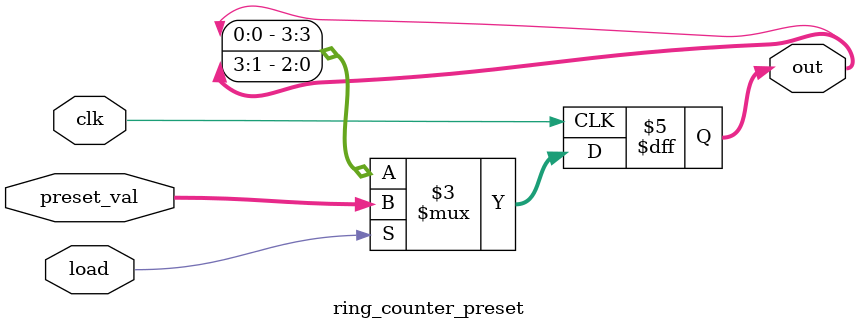
<source format=sv>
module ring_counter_preset (
    input clk, load,
    input [3:0] preset_val,
    output reg [3:0] out
);
always @(posedge clk) begin
    if (load) out <= preset_val;
    else out <= {out[0], out[3:1]};
end
endmodule

</source>
